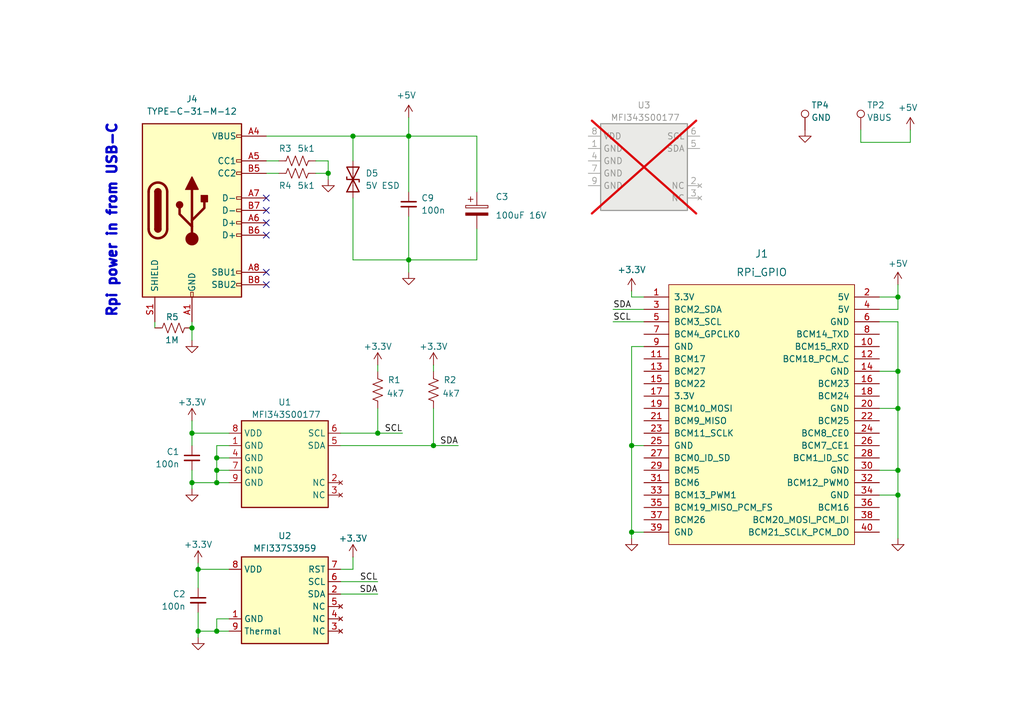
<source format=kicad_sch>
(kicad_sch (version 20250114) (generator "eeschema") (generator_version "9.0")
  (paper "A5")
  (title_block (title "MFI") (date "2026-01-11") (rev "A") (company "Signalius"))
  (lib_symbols
    (symbol "Connector:TestPoint" (pin_numbers (hide yes)) (pin_names (offset 0.762) (hide yes))
      (property "Reference" "TP" (at 0 6.858 0))
      (property "Value" "TestPoint" (at 0 5.08 0))
      (symbol "TestPoint_0_1"
        (circle (center 0 3.302) (radius 0.762))
      )
      (symbol "TestPoint_1_1"
        (pin passive line (at 0 0 90) (length 2.54) (name "1") (number "1"))
      )
    )
    (symbol "Connector:USB_C_Receptacle_USB2.0" (pin_names (offset 1.016))
      (property "Reference" "J" (at -10.16 19.05 0))
      (property "Value" "USB_C_Receptacle_USB2.0" (at 19.05 19.05 0))
      (symbol "USB_C_Receptacle_USB2.0_0_0"
        (rectangle (start -0.254 -17.78) (end 0.254 -16.764))
        (rectangle (start 10.16 15.494) (end 9.144 14.986))
        (rectangle (start 10.16 10.414) (end 9.144 9.906))
        (rectangle (start 10.16 7.874) (end 9.144 7.366))
        (rectangle (start 10.16 2.794) (end 9.144 2.286))
        (rectangle (start 10.16 0.254) (end 9.144 -0.254))
        (rectangle (start 10.16 -2.286) (end 9.144 -2.794))
        (rectangle (start 10.16 -4.826) (end 9.144 -5.334))
        (rectangle (start 10.16 -12.446) (end 9.144 -12.954))
        (rectangle (start 10.16 -14.986) (end 9.144 -15.494))
      )
      (symbol "USB_C_Receptacle_USB2.0_0_1"
        (rectangle (start -10.16 17.78) (end 10.16 -17.78) (stroke (width 0.254)) (fill (type background)))
        (polyline (pts (xy -8.89 -3.81) (xy -8.89 3.81)) (stroke (width 0.508)))
        (rectangle (start -7.62 -3.81) (end -6.35 3.81) (stroke (width 0.254)) (fill (type outline)))
        (arc (start -7.62 3.81) (mid -6.985 4.4423) (end -6.35 3.81) (stroke (width 0.254)))
        (arc (start -7.62 3.81) (mid -6.985 4.4423) (end -6.35 3.81) (stroke (width 0.254)) (fill (type outline)))
        (arc (start -8.89 3.81) (mid -6.985 5.7067) (end -5.08 3.81) (stroke (width 0.508)))
        (arc (start -5.08 -3.81) (mid -6.985 -5.7067) (end -8.89 -3.81) (stroke (width 0.508)))
        (arc (start -6.35 -3.81) (mid -6.985 -4.4423) (end -7.62 -3.81) (stroke (width 0.254)))
        (arc (start -6.35 -3.81) (mid -6.985 -4.4423) (end -7.62 -3.81) (stroke (width 0.254)) (fill (type outline)))
        (polyline (pts (xy -5.08 3.81) (xy -5.08 -3.81)) (stroke (width 0.508)))
        (circle (center -2.54 1.143) (radius 0.635) (stroke (width 0.254)) (fill (type outline)))
        (polyline (pts (xy -1.27 4.318) (xy 0 6.858) (xy 1.27 4.318) (xy -1.27 4.318)) (stroke (width 0.254)) (fill (type outline)))
        (polyline (pts (xy 0 -2.032) (xy 2.54 0.508) (xy 2.54 1.778)) (stroke (width 0.508)))
        (polyline (pts (xy 0 -3.302) (xy -2.54 -0.762) (xy -2.54 0.508)) (stroke (width 0.508)))
        (polyline (pts (xy 0 -5.842) (xy 0 4.318)) (stroke (width 0.508)))
        (circle (center 0 -5.842) (radius 1.27) (fill (type outline)))
        (rectangle (start 1.905 1.778) (end 3.175 3.048) (stroke (width 0.254)) (fill (type outline)))
      )
      (symbol "USB_C_Receptacle_USB2.0_1_1"
        (pin passive line (at -7.62 -22.86 90) (length 5.08) (name "SHIELD") (number "S1"))
        (pin passive line (at 0 -22.86 90) (length 5.08) (name "GND") (number "A1"))
        (pin passive line (at 0 -22.86 90) (length 5.08) (hide yes) (name "GND") (number "A12"))
        (pin passive line (at 0 -22.86 90) (length 5.08) (hide yes) (name "GND") (number "B1"))
        (pin passive line (at 0 -22.86 90) (length 5.08) (hide yes) (name "GND") (number "B12"))
        (pin passive line (at 15.24 15.24 180) (length 5.08) (name "VBUS") (number "A4"))
        (pin passive line (at 15.24 15.24 180) (length 5.08) (hide yes) (name "VBUS") (number "A9"))
        (pin passive line (at 15.24 15.24 180) (length 5.08) (hide yes) (name "VBUS") (number "B4"))
        (pin passive line (at 15.24 15.24 180) (length 5.08) (hide yes) (name "VBUS") (number "B9"))
        (pin bidirectional line (at 15.24 10.16 180) (length 5.08) (name "CC1") (number "A5"))
        (pin bidirectional line (at 15.24 7.62 180) (length 5.08) (name "CC2") (number "B5"))
        (pin bidirectional line (at 15.24 2.54 180) (length 5.08) (name "D-") (number "A7"))
        (pin bidirectional line (at 15.24 0 180) (length 5.08) (name "D-") (number "B7"))
        (pin bidirectional line (at 15.24 -2.54 180) (length 5.08) (name "D+") (number "A6"))
        (pin bidirectional line (at 15.24 -5.08 180) (length 5.08) (name "D+") (number "B6"))
        (pin bidirectional line (at 15.24 -12.7 180) (length 5.08) (name "SBU1") (number "A8"))
        (pin bidirectional line (at 15.24 -15.24 180) (length 5.08) (name "SBU2") (number "B8"))
      )
    )
    (symbol "Device:C_Polarized" (pin_numbers (hide yes)) (pin_names (offset 0.254))
      (property "Reference" "C" (at 0.635 2.54 0))
      (property "Value" "C_Polarized" (at 0.635 -2.54 0))
      (symbol "C_Polarized_0_1"
        (rectangle (start -2.286 0.508) (end 2.286 1.016))
        (polyline (pts (xy -1.778 2.286) (xy -0.762 2.286)))
        (polyline (pts (xy -1.27 2.794) (xy -1.27 1.778)))
        (rectangle (start 2.286 -0.508) (end -2.286 -1.016) (fill (type outline)))
      )
      (symbol "C_Polarized_1_1"
        (pin passive line (at 0 3.81 270) (length 2.794) (name "~") (number "1"))
        (pin passive line (at 0 -3.81 90) (length 2.794) (name "~") (number "2"))
      )
    )
    (symbol "Device:C_Small" (pin_numbers (hide yes)) (pin_names (offset 0.254) (hide yes))
      (property "Reference" "C" (at 0.254 1.778 0))
      (property "Value" "C_Small" (at 0.254 -2.032 0))
      (symbol "C_Small_0_1"
        (polyline (pts (xy -1.524 0.508) (xy 1.524 0.508)) (stroke (width 0.3048)))
        (polyline (pts (xy -1.524 -0.508) (xy 1.524 -0.508)) (stroke (width 0.3302)))
      )
      (symbol "C_Small_1_1"
        (pin passive line (at 0 2.54 270) (length 2.032) (name "~") (number "1"))
        (pin passive line (at 0 -2.54 90) (length 2.032) (name "~") (number "2"))
      )
    )
    (symbol "Device:D_TVS" (pin_numbers (hide yes)) (pin_names (offset 1.016) (hide yes))
      (property "Reference" "D" (at 0 2.54 0))
      (property "Value" "D_TVS" (at 0 -2.54 0))
      (symbol "D_TVS_0_1"
        (polyline (pts (xy -2.54 1.27) (xy -2.54 -1.27) (xy 2.54 1.27) (xy 2.54 -1.27) (xy -2.54 1.27)) (stroke (width 0.254)))
        (polyline (pts (xy 0.508 1.27) (xy 0 1.27) (xy 0 -1.27) (xy -0.508 -1.27)) (stroke (width 0.254)))
        (polyline (pts (xy 1.27 0) (xy -1.27 0)))
      )
      (symbol "D_TVS_1_1"
        (pin passive line (at -3.81 0 0) (length 2.54) (name "A1") (number "1"))
        (pin passive line (at 3.81 0 180) (length 2.54) (name "A2") (number "2"))
      )
    )
    (symbol "Device:R_US" (pin_numbers (hide yes)) (pin_names (offset 0))
      (property "Reference" "R" (at 2.54 0 90))
      (property "Value" "R_US" (at -2.54 0 90))
      (symbol "R_US_0_1"
        (polyline (pts (xy 0 2.286) (xy 0 2.54)))
        (polyline (pts (xy 0 2.286) (xy 1.016 1.905) (xy 0 1.524) (xy -1.016 1.143) (xy 0 0.762)))
        (polyline (pts (xy 0 0.762) (xy 1.016 0.381) (xy 0 0) (xy -1.016 -0.381) (xy 0 -0.762)))
        (polyline (pts (xy 0 -0.762) (xy 1.016 -1.143) (xy 0 -1.524) (xy -1.016 -1.905) (xy 0 -2.286)))
        (polyline (pts (xy 0 -2.286) (xy 0 -2.54)))
      )
      (symbol "R_US_1_1"
        (pin passive line (at 0 3.81 270) (length 1.27) (name "~") (number "1"))
        (pin passive line (at 0 -3.81 90) (length 1.27) (name "~") (number "2"))
      )
    )
    (symbol "MFI:MFI337S3959"
      (property "Reference" "U" (at -4.318 9.144 0))
      (property "Value" "MFI337S3959" (at 7.62 8.89 0))
      (symbol "MFI337S3959_0_1"
        (rectangle (start -5.08 7.62) (end 12.7 -10.16) (stroke (width 0.254)) (fill (type background)))
      )
      (symbol "MFI337S3959_1_1"
        (pin input line (at -7.62 5.08 0) (length 2.54) (name "RST") (number "7"))
        (pin bidirectional line (at -7.62 2.54 0) (length 2.54) (name "SCL") (number "6"))
        (pin bidirectional line (at -7.62 0 0) (length 2.54) (name "SDA") (number "2"))
        (pin no_connect line (at -7.62 -2.54 0) (length 2.54) (name "NC") (number "5"))
        (pin no_connect line (at -7.62 -5.08 0) (length 2.54) (name "NC") (number "4"))
        (pin no_connect line (at -7.62 -7.62 0) (length 2.54) (name "NC") (number "3"))
        (pin power_in line (at 15.24 5.08 180) (length 2.54) (name "VDD") (number "8"))
        (pin power_in line (at 15.24 -5.08 180) (length 2.54) (name "GND") (number "1"))
        (pin power_in line (at 15.24 -7.62 180) (length 2.54) (name "Thermal") (number "9"))
      )
    )
    (symbol "MFI:MFI343S00177"
      (property "Reference" "U" (at -4.318 9.144 0))
      (property "Value" "MFI343S00177" (at 6.35 9.144 0))
      (symbol "MFI343S00177_0_1"
        (rectangle (start -5.08 7.62) (end 12.7 -10.16) (stroke (width 0.254)) (fill (type background)))
      )
      (symbol "MFI343S00177_1_1"
        (pin bidirectional line (at -7.62 5.08 0) (length 2.54) (name "SCL") (number "6"))
        (pin bidirectional line (at -7.62 2.54 0) (length 2.54) (name "SDA") (number "5"))
        (pin no_connect line (at -7.62 -5.08 0) (length 2.54) (name "NC") (number "2"))
        (pin no_connect line (at -7.62 -7.62 0) (length 2.54) (name "NC") (number "3"))
        (pin power_in line (at 15.24 5.08 180) (length 2.54) (name "VDD") (number "8"))
        (pin power_in line (at 15.24 2.54 180) (length 2.54) (name "GND") (number "1"))
        (pin power_in line (at 15.24 0 180) (length 2.54) (name "GND") (number "4"))
        (pin power_in line (at 15.24 -2.54 180) (length 2.54) (name "GND") (number "7"))
        (pin power_in line (at 15.24 -5.08 180) (length 2.54) (name "GND") (number "9"))
      )
    )
    (symbol "power:+3.3V" (power) (pin_numbers (hide yes)) (pin_names (offset 0) (hide yes))
      (property "Value" "+3.3V" (at 0 3.556 0))
      (symbol "+3.3V_0_1"
        (polyline (pts (xy -0.762 1.27) (xy 0 2.54)))
        (polyline (pts (xy 0 2.54) (xy 0.762 1.27)))
        (polyline (pts (xy 0 0) (xy 0 2.54)))
      )
      (symbol "+3.3V_1_1"
        (pin power_in line (at 0 0 90) (length 0) (name "~") (number "1"))
      )
    )
    (symbol "power:+5V" (power) (pin_numbers (hide yes)) (pin_names (offset 0) (hide yes))
      (property "Value" "+5V" (at 0 3.556 0))
      (symbol "+5V_0_1"
        (polyline (pts (xy -0.762 1.27) (xy 0 2.54)))
        (polyline (pts (xy 0 2.54) (xy 0.762 1.27)))
        (polyline (pts (xy 0 0) (xy 0 2.54)))
      )
      (symbol "+5V_1_1"
        (pin power_in line (at 0 0 90) (length 0) (name "~") (number "1"))
      )
    )
    (symbol "power:GND" (power) (pin_names (offset 0))
      (property "Value" "GND" (at 0 -3.81 0))
      (symbol "GND_0_1"
        (polyline (pts (xy 0 0) (xy 0 -1.27) (xy 1.27 -1.27) (xy 0 -2.54) (xy -1.27 -1.27) (xy 0 -1.27)))
      )
      (symbol "GND_1_1"
        (pin power_in line (at 0 0 270) (length 0) (hide yes) (name "GND") (number "1"))
      )
    )
    (symbol "rpi_gpio:RPi_GPIO" (pin_names (offset 1.016))
      (property "Reference" "J1" (at 19.05 6.35 0))
      (property "Value" "RPi_GPIO" (at 19.05 3.81 0))
      (symbol "RPi_GPIO_1_1"
        (rectangle (start 0 2.54) (end 38.1 -50.8) (fill (type background)))
        (pin power_in line (at -5.08 0 0) (length 5.08) (name "3.3V") (number "1"))
        (pin bidirectional line (at -5.08 -2.54 0) (length 5.08) (name "BCM2_SDA") (number "3"))
        (pin bidirectional line (at -5.08 -5.08 0) (length 5.08) (name "BCM3_SCL") (number "5"))
        (pin bidirectional line (at -5.08 -7.62 0) (length 5.08) (name "BCM4_GPCLK0") (number "7"))
        (pin power_in line (at -5.08 -10.16 0) (length 5.08) (name "GND") (number "9"))
        (pin bidirectional line (at -5.08 -12.7 0) (length 5.08) (name "BCM17") (number "11"))
        (pin bidirectional line (at -5.08 -15.24 0) (length 5.08) (name "BCM27") (number "13"))
        (pin bidirectional line (at -5.08 -17.78 0) (length 5.08) (name "BCM22") (number "15"))
        (pin power_in line (at -5.08 -20.32 0) (length 5.08) (name "3.3V") (number "17"))
        (pin bidirectional line (at -5.08 -22.86 0) (length 5.08) (name "BCM10_MOSI") (number "19"))
        (pin bidirectional line (at -5.08 -25.4 0) (length 5.08) (name "BCM9_MISO") (number "21"))
        (pin bidirectional line (at -5.08 -27.94 0) (length 5.08) (name "BCM11_SCLK") (number "23"))
        (pin power_in line (at -5.08 -30.48 0) (length 5.08) (name "GND") (number "25"))
        (pin bidirectional line (at -5.08 -33.02 0) (length 5.08) (name "BCM0_ID_SD") (number "27"))
        (pin bidirectional line (at -5.08 -35.56 0) (length 5.08) (name "BCM5") (number "29"))
        (pin bidirectional line (at -5.08 -38.1 0) (length 5.08) (name "BCM6") (number "31"))
        (pin bidirectional line (at -5.08 -40.64 0) (length 5.08) (name "BCM13_PWM1") (number "33"))
        (pin bidirectional line (at -5.08 -43.18 0) (length 5.08) (name "BCM19_MISO_PCM_FS") (number "35"))
        (pin bidirectional line (at -5.08 -45.72 0) (length 5.08) (name "BCM26") (number "37"))
        (pin power_in line (at -5.08 -48.26 0) (length 5.08) (name "GND") (number "39"))
        (pin power_in line (at 43.18 0 180) (length 5.08) (name "5V") (number "2"))
        (pin power_in line (at 43.18 -2.54 180) (length 5.08) (name "5V") (number "4"))
        (pin power_in line (at 43.18 -5.08 180) (length 5.08) (name "GND") (number "6"))
        (pin bidirectional line (at 43.18 -7.62 180) (length 5.08) (name "BCM14_TXD") (number "8"))
        (pin bidirectional line (at 43.18 -10.16 180) (length 5.08) (name "BCM15_RXD") (number "10"))
        (pin bidirectional line (at 43.18 -12.7 180) (length 5.08) (name "BCM18_PCM_C") (number "12"))
        (pin power_in line (at 43.18 -15.24 180) (length 5.08) (name "GND") (number "14"))
        (pin bidirectional line (at 43.18 -17.78 180) (length 5.08) (name "BCM23") (number "16"))
        (pin bidirectional line (at 43.18 -20.32 180) (length 5.08) (name "BCM24") (number "18"))
        (pin power_in line (at 43.18 -22.86 180) (length 5.08) (name "GND") (number "20"))
        (pin bidirectional line (at 43.18 -25.4 180) (length 5.08) (name "BCM25") (number "22"))
        (pin bidirectional line (at 43.18 -27.94 180) (length 5.08) (name "BCM8_CE0") (number "24"))
        (pin bidirectional line (at 43.18 -30.48 180) (length 5.08) (name "BCM7_CE1") (number "26"))
        (pin bidirectional line (at 43.18 -33.02 180) (length 5.08) (name "BCM1_ID_SC") (number "28"))
        (pin power_in line (at 43.18 -35.56 180) (length 5.08) (name "GND") (number "30"))
        (pin bidirectional line (at 43.18 -38.1 180) (length 5.08) (name "BCM12_PWM0") (number "32"))
        (pin power_in line (at 43.18 -40.64 180) (length 5.08) (name "GND") (number "34"))
        (pin bidirectional line (at 43.18 -43.18 180) (length 5.08) (name "BCM16") (number "36"))
        (pin bidirectional line (at 43.18 -45.72 180) (length 5.08) (name "BCM20_MOSI_PCM_DI") (number "38"))
        (pin bidirectional line (at 43.18 -48.26 180) (length 5.08) (name "BCM21_SCLK_PCM_DO") (number "40"))
      )
    )
  )
  (text "Rpi power in from USB-C\n" (at 24.13 25.146 90) (effects (font (size 2 2) (thickness 0.6) (bold yes)) (justify right bottom)))
  (junction (at 44.45 99.06))
  (junction (at 67.31 35.56))
  (junction (at 88.9 91.44))
  (junction (at 77.47 88.9))
  (junction (at 83.82 53.34))
  (junction (at 39.37 67.31))
  (junction (at 39.37 88.9))
  (junction (at 39.37 99.06))
  (junction (at 184.15 96.52))
  (junction (at 184.15 83.82))
  (junction (at 40.64 116.84))
  (junction (at 40.64 129.54))
  (junction (at 184.15 101.6))
  (junction (at 44.45 129.54))
  (junction (at 184.15 60.96))
  (junction (at 129.54 109.22))
  (junction (at 72.39 27.94))
  (junction (at 44.45 93.98))
  (junction (at 83.82 27.94))
  (junction (at 129.54 91.44))
  (junction (at 44.45 96.52))
  (junction (at 184.15 76.2))
  (no_connect (at 54.61 58.42))
  (no_connect (at 54.61 55.88))
  (no_connect (at 54.61 48.26))
  (no_connect (at 54.61 40.64))
  (no_connect (at 54.61 43.18))
  (no_connect (at 54.61 45.72))
  (wire (pts (xy 72.39 27.94) (xy 83.82 27.94)))
  (wire (pts (xy 44.45 99.06) (xy 46.99 99.06)))
  (wire (pts (xy 67.31 33.02) (xy 67.31 35.56)))
  (wire (pts (xy 39.37 88.9) (xy 39.37 86.36)))
  (wire (pts (xy 132.08 71.12) (xy 129.54 71.12)))
  (wire (pts (xy 184.15 83.82) (xy 184.15 96.52)))
  (wire (pts (xy 54.61 27.94) (xy 72.39 27.94)))
  (wire (pts (xy 180.34 60.96) (xy 184.15 60.96)))
  (wire (pts (xy 67.31 35.56) (xy 67.31 36.83)))
  (wire (pts (xy 54.61 35.56) (xy 57.15 35.56)))
  (wire (pts (xy 97.79 39.37) (xy 97.79 27.94)))
  (wire (pts (xy 69.85 91.44) (xy 88.9 91.44)))
  (wire (pts (xy 69.85 121.92) (xy 77.47 121.92)))
  (wire (pts (xy 39.37 99.06) (xy 39.37 100.33)))
  (wire (pts (xy 97.79 27.94) (xy 83.82 27.94)))
  (wire (pts (xy 44.45 91.44) (xy 44.45 93.98)))
  (wire (pts (xy 180.34 83.82) (xy 184.15 83.82)))
  (wire (pts (xy 83.82 53.34) (xy 83.82 55.88)))
  (wire (pts (xy 184.15 60.96) (xy 184.15 58.42)))
  (wire (pts (xy 39.37 99.06) (xy 44.45 99.06)))
  (wire (pts (xy 40.64 116.84) (xy 40.64 115.57)))
  (wire (pts (xy 72.39 40.64) (xy 72.39 53.34)))
  (wire (pts (xy 46.99 91.44) (xy 44.45 91.44)))
  (wire (pts (xy 184.15 66.04) (xy 184.15 76.2)))
  (wire (pts (xy 88.9 74.93) (xy 88.9 76.2)))
  (wire (pts (xy 180.34 96.52) (xy 184.15 96.52)))
  (wire (pts (xy 40.64 125.73) (xy 40.64 129.54)))
  (wire (pts (xy 180.34 63.5) (xy 184.15 63.5)))
  (wire (pts (xy 44.45 93.98) (xy 46.99 93.98)))
  (wire (pts (xy 72.39 116.84) (xy 72.39 114.3)))
  (wire (pts (xy 77.47 74.93) (xy 77.47 76.2)))
  (wire (pts (xy 184.15 101.6) (xy 184.15 110.49)))
  (wire (pts (xy 44.45 127) (xy 44.45 129.54)))
  (wire (pts (xy 39.37 96.52) (xy 39.37 99.06)))
  (wire (pts (xy 184.15 63.5) (xy 184.15 60.96)))
  (wire (pts (xy 64.77 33.02) (xy 67.31 33.02)))
  (wire (pts (xy 39.37 88.9) (xy 46.99 88.9)))
  (wire (pts (xy 186.69 29.21) (xy 176.53 29.21)))
  (wire (pts (xy 83.82 24.13) (xy 83.82 27.94)))
  (wire (pts (xy 88.9 83.82) (xy 88.9 91.44)))
  (wire (pts (xy 72.39 27.94) (xy 72.39 33.02)))
  (wire (pts (xy 125.73 66.04) (xy 132.08 66.04)))
  (wire (pts (xy 46.99 129.54) (xy 44.45 129.54)))
  (wire (pts (xy 129.54 71.12) (xy 129.54 91.44)))
  (wire (pts (xy 132.08 60.96) (xy 129.54 60.96)))
  (wire (pts (xy 129.54 60.96) (xy 129.54 59.69)))
  (wire (pts (xy 40.64 129.54) (xy 44.45 129.54)))
  (wire (pts (xy 129.54 91.44) (xy 132.08 91.44)))
  (wire (pts (xy 83.82 44.45) (xy 83.82 53.34)))
  (wire (pts (xy 39.37 91.44) (xy 39.37 88.9)))
  (wire (pts (xy 39.37 66.04) (xy 39.37 67.31)))
  (wire (pts (xy 39.37 67.31) (xy 39.37 69.85)))
  (wire (pts (xy 129.54 91.44) (xy 129.54 109.22)))
  (wire (pts (xy 186.69 26.67) (xy 186.69 29.21)))
  (wire (pts (xy 44.45 96.52) (xy 44.45 99.06)))
  (wire (pts (xy 180.34 76.2) (xy 184.15 76.2)))
  (wire (pts (xy 44.45 93.98) (xy 44.45 96.52)))
  (wire (pts (xy 180.34 66.04) (xy 184.15 66.04)))
  (wire (pts (xy 69.85 119.38) (xy 77.47 119.38)))
  (wire (pts (xy 180.34 101.6) (xy 184.15 101.6)))
  (wire (pts (xy 44.45 96.52) (xy 46.99 96.52)))
  (wire (pts (xy 97.79 46.99) (xy 97.79 53.34)))
  (wire (pts (xy 129.54 109.22) (xy 132.08 109.22)))
  (wire (pts (xy 83.82 27.94) (xy 83.82 39.37)))
  (wire (pts (xy 184.15 96.52) (xy 184.15 101.6)))
  (wire (pts (xy 88.9 91.44) (xy 93.98 91.44)))
  (wire (pts (xy 46.99 127) (xy 44.45 127)))
  (wire (pts (xy 184.15 76.2) (xy 184.15 83.82)))
  (wire (pts (xy 64.77 35.56) (xy 67.31 35.56)))
  (wire (pts (xy 31.75 66.04) (xy 31.75 67.31)))
  (wire (pts (xy 129.54 109.22) (xy 129.54 110.49)))
  (wire (pts (xy 69.85 116.84) (xy 72.39 116.84)))
  (wire (pts (xy 54.61 33.02) (xy 57.15 33.02)))
  (wire (pts (xy 69.85 88.9) (xy 77.47 88.9)))
  (wire (pts (xy 40.64 129.54) (xy 40.64 130.81)))
  (wire (pts (xy 97.79 53.34) (xy 83.82 53.34)))
  (wire (pts (xy 40.64 120.65) (xy 40.64 116.84)))
  (wire (pts (xy 72.39 53.34) (xy 83.82 53.34)))
  (wire (pts (xy 176.53 29.21) (xy 176.53 26.67)))
  (wire (pts (xy 77.47 88.9) (xy 77.47 83.82)))
  (wire (pts (xy 125.73 63.5) (xy 132.08 63.5)))
  (wire (pts (xy 40.64 116.84) (xy 46.99 116.84)))
  (wire (pts (xy 82.55 88.9) (xy 77.47 88.9)))
  (label "SCL" (at 82.55 88.9 180))
  (label "SCL" (at 77.47 119.38 180))
  (label "SDA" (at 93.98 91.44 180))
  (label "SDA" (at 125.73 63.5 0))
  (label "SDA" (at 77.47 121.92 180))
  (label "SCL" (at 125.73 66.04 0))
  (symbol (lib_id "Connector:USB_C_Receptacle_USB2.0") (at 39.37 43.18 0) (unit 1)
    (property "Reference" "J4" (at 39.37 20.32 0))
    (property "Value" "TYPE-C-31-M-12" (at 39.37 22.86 0))
    (property "Footprint" "Connector_USB:USB_C_Receptacle_HRO_TYPE-C-31-M-12" (effects (hide yes)))
    (property "Datasheet" "https://www.usb.org/sites/default/files/documents/usb_type-c.zip" (effects (hide yes)))
    (property "MPN" "TYPE-C-31-M-12" (effects (hide yes)))
    (property "MF" "Korean Hroparts" (effects (hide yes)))
  )
  (symbol (lib_id "power:GND") (at 39.37 69.85 0) (unit 1)
    (property "Reference" "#PWR05" (effects (hide yes)))
    (property "Value" "GND" (effects (hide yes)))
  )
  (symbol (lib_id "Device:C_Small") (at 39.37 93.98 0) (unit 1)
    (property "Reference" "C1" (at 36.83 92.71 0) (effects (justify right)))
    (property "Value" "100n" (at 36.83 95.25 0) (effects (justify right)))
    (property "Footprint" "Capacitor_SMD:C_0603_1608Metric" (effects (hide yes)))
  )
  (symbol (lib_id "power:+3.3V") (at 40.64 115.57 0) (unit 1)
    (property "Reference" "#PWR014" (effects (hide yes)))
    (property "Value" "+3.3V" (at 40.64 111.76 0))
    (property "Description" "Power symbol creates a global label with name \"+3.3V\"" (effects (hide yes)))
  )
  (symbol (lib_id "Device:R_US") (at 60.96 35.56 90) (unit 1)
    (property "Reference" "R4" (at 57.15 38.1 90) (effects (justify right)))
    (property "Value" "5k1" (at 60.96 38.1 90) (effects (justify right)))
    (property "Footprint" "Resistor_SMD:R_0603_1608Metric" (effects (hide yes)))
  )
  (symbol (lib_id "power:+3.3V") (at 88.9 74.93 0) (unit 1)
    (property "Reference" "#PWR013" (effects (hide yes)))
    (property "Value" "+3.3V" (at 88.9 71.12 0))
    (property "Description" "Power symbol creates a global label with name \"+3.3V\"" (effects (hide yes)))
  )
  (symbol (lib_id "power:+3.3V") (at 77.47 74.93 0) (unit 1)
    (property "Reference" "#PWR012" (effects (hide yes)))
    (property "Value" "+3.3V" (at 77.47 71.12 0))
    (property "Description" "Power symbol creates a global label with name \"+3.3V\"" (effects (hide yes)))
  )
  (symbol (lib_id "power:+3.3V") (at 39.37 86.36 0) (unit 1)
    (property "Reference" "#PWR010" (effects (hide yes)))
    (property "Value" "+3.3V" (at 39.37 82.55 0))
    (property "Description" "Power symbol creates a global label with name \"+3.3V\"" (effects (hide yes)))
  )
  (symbol (lib_id "power:GND") (at 184.15 110.49 0) (unit 1)
    (property "Reference" "#PWR04" (effects (hide yes)))
    (property "Value" "GND" (effects (hide yes)))
  )
  (symbol (lib_id "MFI:MFI343S00177") (at 62.23 93.98 0) (mirror y) (unit 1)
    (property "Reference" "U1" (at 58.42 82.55 0))
    (property "Value" "MFI343S00177" (at 58.674 85.09 0))
    (property "Footprint" "MFI:MFI_UDFN-8-1EP_2x3mm_P0.5mm" (effects (hide yes)))
    (property "Description" "CP3.0 UDFN8 2x3mm Raster 0.5mm To chyba odpowiednik ATECC508A" (effects (hide yes)))
  )
  (symbol (lib_id "Device:R_US") (at 77.47 80.01 0) (unit 1)
    (property "Reference" "R1" (at 79.502 77.978 0) (effects (justify left)))
    (property "Value" "4k7" (at 79.248 80.772 0) (effects (justify left)))
    (property "Footprint" "Resistor_SMD:R_0603_1608Metric" (effects (hide yes)))
    (property "Description" "Resistor, US symbol" (effects (hide yes)))
  )
  (symbol (lib_id "Device:C_Small") (at 83.82 41.91 0) (mirror y) (unit 1)
    (property "Reference" "C9" (at 86.36 40.64 0) (effects (justify right)))
    (property "Value" "100n" (at 86.36 43.18 0) (effects (justify right)))
    (property "Footprint" "Capacitor_SMD:C_0603_1608Metric" (effects (hide yes)))
  )
  (symbol (lib_id "Device:R_US") (at 35.56 67.31 90) (unit 1)
    (property "Reference" "R5" (at 33.987 65.0509 90) (effects (justify right)))
    (property "Value" "1M" (at 33.8268 69.79 90) (effects (justify right)))
    (property "Footprint" "Resistor_SMD:R_0603_1608Metric" (effects (hide yes)))
  )
  (symbol (lib_id "MFI:MFI337S3959") (at 62.23 121.92 0) (mirror y) (unit 1)
    (property "Reference" "U2" (at 58.42 109.982 0))
    (property "Value" "MFI337S3959" (at 58.42 112.522 0))
    (property "Footprint" "MFI:MFI_WSON-8-1EP_2.5x2.5mm_P0.5mm" (effects (hide yes)))
    (property "Description" "CP2.0C  PG-USON-8-1 Body 2.5x2.5x0.6 Raster 0.5mm" (effects (hide yes)))
  )
  (symbol (lib_id "Device:C_Polarized") (at 97.79 43.18 0) (unit 1)
    (property "Reference" "C3" (at 101.6 40.3859 0) (effects (justify left)))
    (property "Value" "100uF 16V" (at 101.6 44.1959 0) (effects (justify left)))
    (property "Footprint" "Capacitor_THT:CP_Radial_D10.0mm_P2.50mm_P5.00mm" (effects (hide yes)))
    (property "Description" "Polarized capacitor" (effects (hide yes)))
  )
  (symbol (lib_id "Device:C_Small") (at 40.64 123.19 0) (unit 1)
    (property "Reference" "C2" (at 38.1 121.92 0) (effects (justify right)))
    (property "Value" "100n" (at 38.1 124.46 0) (effects (justify right)))
    (property "Footprint" "Capacitor_SMD:C_0603_1608Metric" (effects (hide yes)))
  )
  (symbol (lib_id "power:+5V") (at 186.69 26.67 0) (unit 1)
    (property "Reference" "#PWR017" (effects (hide yes)))
    (property "Value" "+5V" (at 186.182 22.098 0))
    (property "Description" "Power symbol creates a global label with name \"+5V\"" (effects (hide yes)))
  )
  (symbol (lib_id "Connector:TestPoint") (at 176.53 26.67 0) (unit 1) (in_bom no)
    (property "Reference" "TP2" (at 177.8 21.59 0) (effects (justify left)))
    (property "Value" "VBUS" (at 177.8 24.13 0) (effects (justify left)))
    (property "Footprint" "TestPoint:TestPoint_THTPad_1.5x1.5mm_Drill0.7mm" (effects (hide yes)))
  )
  (symbol (lib_id "power:+3.3V") (at 72.39 114.3 0) (unit 1)
    (property "Reference" "#PWR016" (effects (hide yes)))
    (property "Value" "+3.3V" (at 72.39 110.49 0))
    (property "Description" "Power symbol creates a global label with name \"+3.3V\"" (effects (hide yes)))
  )
  (symbol (lib_id "power:GND") (at 165.1 26.67 0) (unit 1)
    (property "Reference" "#PWR08" (effects (hide yes)))
    (property "Value" "GND" (effects (hide yes)))
  )
  (symbol (lib_id "power:GND") (at 83.82 55.88 0) (unit 1)
    (property "Reference" "#PWR01" (effects (hide yes)))
    (property "Value" "GND" (effects (hide yes)))
  )
  (symbol (lib_id "power:GND") (at 129.54 110.49 0) (unit 1)
    (property "Reference" "#PWR03" (effects (hide yes)))
    (property "Value" "GND" (effects (hide yes)))
  )
  (symbol (lib_id "power:+5V") (at 83.82 24.13 0) (unit 1)
    (property "Reference" "#PWR06" (effects (hide yes)))
    (property "Value" "+5V" (at 83.312 19.558 0))
    (property "Description" "Power symbol creates a global label with name \"+5V\"" (effects (hide yes)))
  )
  (symbol (lib_id "power:GND") (at 40.64 130.81 0) (unit 1)
    (property "Reference" "#PWR015" (effects (hide yes)))
    (property "Value" "GND" (effects (hide yes)))
  )
  (symbol (lib_id "Device:R_US") (at 60.96 33.02 90) (unit 1)
    (property "Reference" "R3" (at 57.15 30.48 90) (effects (justify right)))
    (property "Value" "5k1" (at 60.96 30.48 90) (effects (justify right)))
    (property "Footprint" "Resistor_SMD:R_0603_1608Metric" (effects (hide yes)))
  )
  (symbol (lib_id "power:+3.3V") (at 129.54 59.69 0) (unit 1)
    (property "Reference" "#PWR09" (effects (hide yes)))
    (property "Value" "+3.3V" (at 129.54 55.372 0))
    (property "Description" "Power symbol creates a global label with name \"+3.3V\"" (effects (hide yes)))
  )
  (symbol (lib_id "power:GND") (at 67.31 36.83 0) (unit 1)
    (property "Reference" "#PWR02" (effects (hide yes)))
    (property "Value" "GND" (effects (hide yes)))
  )
  (symbol (lib_id "power:GND") (at 39.37 100.33 0) (unit 1)
    (property "Reference" "#PWR011" (effects (hide yes)))
    (property "Value" "GND" (effects (hide yes)))
  )
  (symbol (lib_id "rpi_gpio:RPi_GPIO") (at 137.16 60.96 0) (unit 1)
    (property "Reference" "J1" (at 156.21 52.07 0) (effects (font (size 1.524 1.524))))
    (property "Value" "RPi_GPIO" (at 156.21 55.88 0) (effects (font (size 1.524 1.524))))
    (property "Footprint" "Connector_PinHeader_2.54mm:PinHeader_2x20_P2.54mm_Vertical" (effects (hide yes)))
  )
  (symbol (lib_id "power:+5V") (at 184.15 58.42 0) (unit 1)
    (property "Reference" "#PWR07" (effects (hide yes)))
    (property "Value" "+5V" (at 184.15 54.102 0))
    (property "Description" "Power symbol creates a global label with name \"+5V\"" (effects (hide yes)))
  )
  (symbol (lib_id "Device:R_US") (at 88.9 80.01 0) (unit 1)
    (property "Reference" "R2" (at 90.932 77.978 0) (effects (justify left)))
    (property "Value" "4k7" (at 90.678 80.772 0) (effects (justify left)))
    (property "Footprint" "Resistor_SMD:R_0603_1608Metric" (effects (hide yes)))
    (property "Description" "Resistor, US symbol" (effects (hide yes)))
  )
  (symbol (lib_id "Connector:TestPoint") (at 165.1 26.67 0) (unit 1) (in_bom no)
    (property "Reference" "TP4" (at 166.37 21.59 0) (effects (justify left)))
    (property "Value" "GND" (at 166.37 24.13 0) (effects (justify left)))
    (property "Footprint" "TestPoint:TestPoint_THTPad_1.5x1.5mm_Drill0.7mm" (effects (hide yes)))
  )
  (symbol (lib_id "Device:D_TVS") (at 72.39 36.83 90) (unit 1)
    (property "Reference" "D5" (at 74.93 35.56 90) (effects (justify right)))
    (property "Value" "5V ESD" (at 74.93 38.1 90) (effects (justify right)))
    (property "Footprint" "Diode_SMD:D_SOD-323" (effects (hide yes)))
    (property "MPN" "PESD5V0L1BA,115" (effects (hide yes)))
    (property "MF" "Nexperia" (effects (hide yes)))
  )
  (symbol (lib_id "MFI:MFI343S00177") (at 135.89 33.02 0) (mirror y) (unit 1) (in_bom no) (dnp yes)
    (property "Reference" "U3" (at 132.08 21.59 0))
    (property "Value" "MFI343S00177" (at 132.334 24.13 0))
    (property "Footprint" "MFI:MFI_UDFN-8-1EP_2x3mm_P0.5mm" (effects (hide yes)))
    (property "Description" "CP3.0 UDFN8 2x3mm Raster 0.5mm To chyba odpowiednik ATECC508A" (effects (hide yes)))
  )
)
</source>
